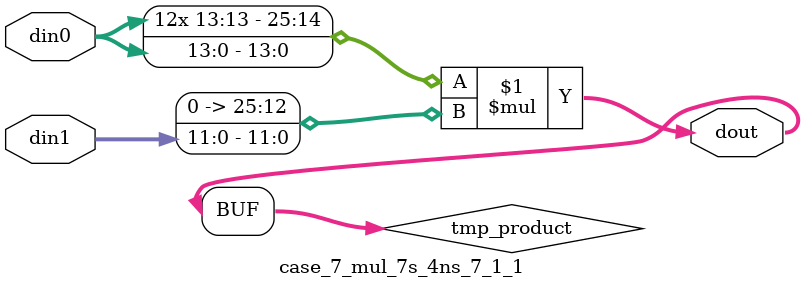
<source format=v>

`timescale 1 ns / 1 ps

 (* use_dsp = "no" *)  module case_7_mul_7s_4ns_7_1_1(din0, din1, dout);
parameter ID = 1;
parameter NUM_STAGE = 0;
parameter din0_WIDTH = 14;
parameter din1_WIDTH = 12;
parameter dout_WIDTH = 26;

input [din0_WIDTH - 1 : 0] din0; 
input [din1_WIDTH - 1 : 0] din1; 
output [dout_WIDTH - 1 : 0] dout;

wire signed [dout_WIDTH - 1 : 0] tmp_product;


























assign tmp_product = $signed(din0) * $signed({1'b0, din1});









assign dout = tmp_product;





















endmodule

</source>
